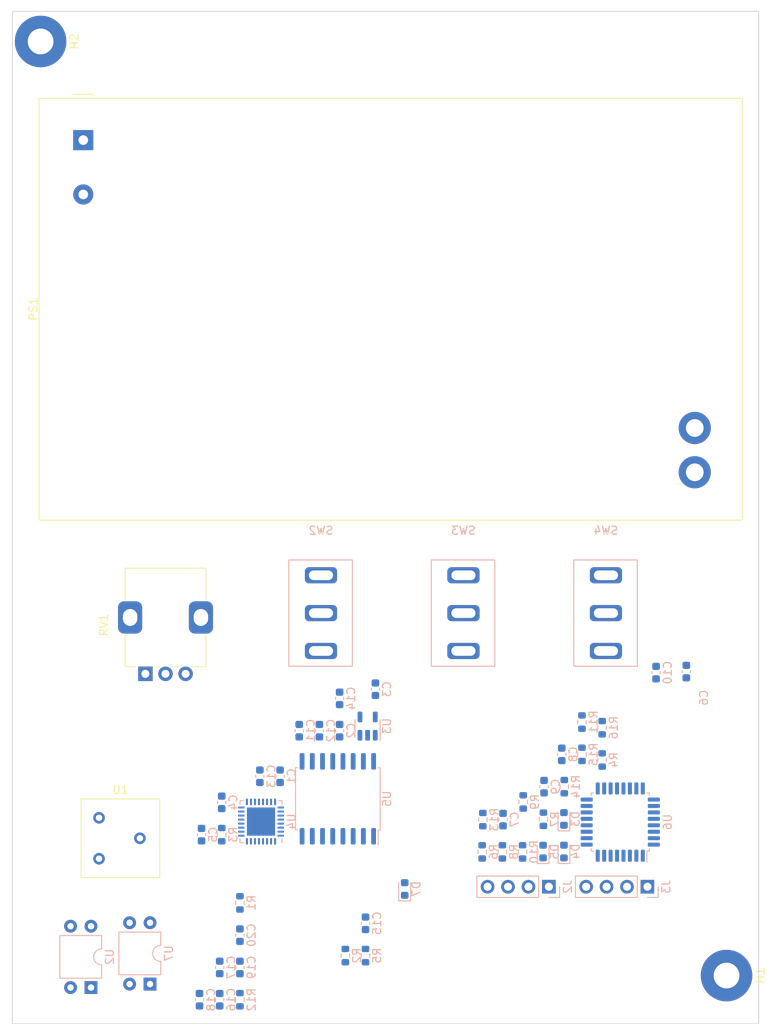
<source format=kicad_pcb>
(kicad_pcb (version 20211014) (generator pcbnew)
  (layers (0 "F.Cu" signal) (31 "B.Cu" signal) (34 "B.Paste" user) (35 "F.Paste" user) (36 "B.SilkS" user "B.Silkscreen") (37 "F.SilkS" user "F.Silkscreen") (38 "B.Mask" user) (39 "F.Mask" user) (44 "Edge.Cuts" user))
  (net 0 "")
  (net 1 "/rs232/232_VUR")
  (net 2 "GND1")
  (net 3 "/rs232/232_VCC")
  (net 4 "Net-(C5-Pad1)")
  (net 5 "+3.3V")
  (net 6 "/mcu/NRST")
  (net 7 "GND")
  (net 8 "+3V3")
  (net 9 "Net-(C12-Pad1)")
  (net 10 "Net-(C12-Pad2)")
  (net 11 "Net-(C13-Pad1)")
  (net 12 "Net-(C13-Pad2)")
  (net 13 "Net-(C14-Pad1)")
  (net 14 "Net-(C14-Pad2)")
  (net 15 "+12V")
  (net 16 "Net-(C16-Pad2)")
  (net 17 "Net-(C18-Pad1)")
  (net 18 "Net-(C18-Pad2)")
  (net 19 "Net-(D3-Pad2)")
  (net 20 "Net-(D4-Pad2)")
  (net 21 "Net-(D5-Pad2)")
  (net 22 "Net-(D7-Pad2)")
  (net 25 "/mcu/PA13{slash}SWDIO")
  (net 26 "/mcu/PA14{slash}SWDCLK")
  (net 27 "/power_input/LIVE")
  (net 28 "/power_input/NEUTRAL")
  (net 29 "Net-(R1-Pad1)")
  (net 30 "Net-(R2-Pad2)")
  (net 31 "Net-(D1-Pad1)")
  (net 32 "/mcu/PC_PWR_RST_SIG")
  (net 33 "Net-(R6-Pad2)")
  (net 34 "/mcu/OS_SIG")
  (net 35 "Net-(R7-Pad2)")
  (net 36 "mosfet_gate")
  (net 37 "/mcu/gauge_lvl_1")
  (net 38 "/mcu/gauge_lvl_2")
  (net 39 "/mcu/gauge_lvl_3")
  (net 40 "Net-(D6-Pad1)")
  (net 41 "Net-(R13-Pad1)")
  (net 42 "/mcu/POWER_SIG")
  (net 43 "Net-(R14-Pad2)")
  (net 44 "/mcu/RESET_SIG")
  (net 45 "Net-(R15-Pad2)")
  (net 46 "/mcu/STRIP_PWR_SIG")
  (net 47 "Net-(R16-Pad2)")
  (net 48 "GND2")
  (net 49 "/mcu/POWER+")
  (net 51 "/rs232/232_TX")
  (net 52 "/rs232/232_DTR")
  (net 53 "/rs232/232_RTS")
  (net 56 "/rs232/232_RX")
  (net 62 "TTL_RX")
  (net 65 "TTL_RTS")
  (net 67 "TTL_DTR")
  (net 68 "TTL_TX")
  (net 86 "TX")
  (net 87 "RX")
  (net 95 "/mcu/BOOT0")
  (net 96 "/mcu/RESET+")
  (net 97 "/mcu/STRIP_BRIGTH_SIG")
  (footprint "Potentiometer_THT:Potentiometer_Alps_RK09K_Single_Vertical" (layer "F.Cu") (at 120.26 87.54 90)
    (fp_text reference "RV1" (at 6.05 -5.15 90) (layer "F.SilkS"))
    (fp_text value "STRIP_BRIGTH")
    (fp_line (start 0.88 -2.521) (end 0.88 -1.2) (layer "F.SilkS") (width 0.12))
    (fp_line (start 9.184 -2.521) (end 13.12 -2.521) (layer "F.SilkS") (width 0.12))
    (fp_line (start 9.184 7.52) (end 13.12 7.52) (layer "F.SilkS") (width 0.12))
    (fp_line (start 0.88 7.52) (end 4.817 7.52) (layer "F.SilkS") (width 0.12))
    (fp_line (start 0.88 -2.521) (end 4.817 -2.521) (layer "F.SilkS") (width 0.12))
    (fp_line (start 13.12 -2.521) (end 13.12 7.52) (layer "F.SilkS") (width 0.12))
    (fp_line (start 0.88 5.87) (end 0.88 7.52) (layer "F.SilkS") (width 0.12))
    (fp_line (start 0.88 3.371) (end 0.88 4.13) (layer "F.SilkS") (width 0.12))
    (fp_line (start 0.88 1.25) (end 0.88 1.63) (layer "F.SilkS") (width 0.12))
    (pad "1" thru_hole rect (at 0 0 90) (size 1.8 1.8) (drill 1) (layers *.Cu *.Mask) (net 8 "+3V3"))
    (pad "2" thru_hole circle (at 0 2.5 90) (size 1.8 1.8) (drill 1) (layers *.Cu *.Mask) (net 97 "/mcu/STRIP_BRIGTH_SIG"))
    (pad "3" thru_hole circle (at 0 5 90) (size 1.8 1.8) (drill 1) (layers *.Cu *.Mask) (net 7 "GND"))
    (pad "MP" thru_hole roundrect (at 7 -1.9 90) (size 4 3) (drill oval 2.1 1.8) (layers *.Cu *.Mask))
    (pad "MP" thru_hole roundrect (at 7 6.9 90) (size 4 3) (drill oval 2.1 1.8) (layers *.Cu *.Mask))
  )
  (footprint "Potentiometer_THT:Potentiometer_Bourns_3386F_Vertical" (layer "F.Cu") (at 114.5 110.5)
    (fp_text reference "U1" (at 2.655 -8.555) (layer "F.SilkS"))
    (fp_text value "BD95831MUV")
    (fp_line (start -2.23 -7.425) (end 7.54 -7.425) (layer "F.SilkS") (width 0.12))
    (fp_line (start -2.23 -7.425) (end -2.23 2.345) (layer "F.SilkS") (width 0.12))
    (fp_line (start -2.23 2.345) (end 7.54 2.345) (layer "F.SilkS") (width 0.12))
    (fp_line (start 7.54 -7.425) (end 7.54 2.345) (layer "F.SilkS") (width 0.12))
    (pad "1" thru_hole circle (at 0 0) (size 1.44 1.44) (drill 0.8) (layers *.Cu *.Mask) (net 15 "+12V"))
    (pad "2" thru_hole circle (at 5.08 -2.54) (size 1.44 1.44) (drill 0.8) (layers *.Cu *.Mask) (net 15 "+12V"))
    (pad "3" thru_hole circle (at 0 -5.08) (size 1.44 1.44) (drill 0.8) (layers *.Cu *.Mask) (net 7 "GND"))
  )
  (footprint "MountingHole:MountingHole_3.2mm_M3_Pad_TopBottom" (layer "F.Cu") (at 192.49 125.009999 -90)
    (fp_text reference "H1" (at 0 -4.2 90) (layer "F.SilkS"))
    (fp_text value "MountingHole")
    (pad "1" connect circle (at 0 0 270) (size 6.4 6.4) (layers "B.Cu" "B.Mask"))
    (pad "1" connect circle (at 0 0 270) (size 6.4 6.4) (layers "F.Cu" "F.Mask"))
    (pad "1" thru_hole circle (at 0 0 270) (size 3.6 3.6) (drill 3.2) (layers *.Cu *.Mask))
  )
  (footprint "MountingHole:MountingHole_3.2mm_M3_Pad_TopBottom" (layer "F.Cu") (at 107.24 9.01 -90)
    (fp_text reference "H2" (at 0 -4.2 90) (layer "F.SilkS"))
    (fp_text value "MountingHole")
    (pad "1" connect circle (at 0 0 270) (size 6.4 6.4) (layers "B.Cu" "B.Mask"))
    (pad "1" thru_hole circle (at 0 0 270) (size 3.6 3.6) (drill 3.2) (layers *.Cu *.Mask))
    (pad "1" connect circle (at 0 0 270) (size 6.4 6.4) (layers "F.Cu" "F.Mask"))
  )
  (footprint "Converter_ACDC:Converter_ACDC_MeanWell_IRM-60-xx_THT" (layer "F.Cu") (at 112.54 21.26)
    (fp_text reference "PS1" (at -6.2 21 90) (layer "F.SilkS"))
    (fp_text value "IRM-60-12")
    (fp_line (start 81.9 47.2) (end 81.9 -5.2) (layer "F.SilkS") (width 0.12))
    (fp_line (start 81.9 -5.2) (end -5.5 -5.2) (layer "F.SilkS") (width 0.12))
    (fp_line (start -5.5 -5.2) (end -5.5 47.2) (layer "F.SilkS") (width 0.12))
    (fp_line (start -5.5 47.2) (end 81.9 47.2) (layer "F.SilkS") (width 0.12))
    (fp_line (start -1.3 -5.7) (end 1.2 -5.7) (layer "F.SilkS") (width 0.12))
    (pad "1" thru_hole rect (at 0 0) (size 2.5 2.5) (drill 1.2) (layers *.Cu *.Mask) (net 27 "/power_input/LIVE"))
    (pad "2" thru_hole circle (at 0 6.75) (size 2.5 2.5) (drill 1.2) (layers *.Cu *.Mask) (net 28 "/power_input/NEUTRAL"))
    (pad "3" thru_hole circle (at 76 41.25) (size 4 4) (drill 2.2) (layers *.Cu *.Mask) (net 15 "+12V"))
    (pad "4" thru_hole circle (at 76 35.75) (size 4 4) (drill 2.2) (layers *.Cu *.Mask) (net 7 "GND"))
  )
  (footprint "Package_DIP:DIP-4_W7.62mm" (layer "B.Cu") (at 120.84 126.07 90)
    (fp_text reference "U7" (at 3.81 2.33 90) (layer "B.SilkS") (effects (justify mirror)))
    (fp_text value "PC817")
    (fp_line (start 1.16 1.33) (end 1.16 -3.87) (layer "B.SilkS") (width 0.12))
    (fp_line (start 6.46 1.33) (end 4.81 1.33) (layer "B.SilkS") (width 0.12))
    (fp_line (start 2.81 1.33) (end 1.16 1.33) (layer "B.SilkS") (width 0.12))
    (fp_line (start 6.46 -3.87) (end 6.46 1.33) (layer "B.SilkS") (width 0.12))
    (fp_line (start 1.16 -3.87) (end 6.46 -3.87) (layer "B.SilkS") (width 0.12))
    (fp_arc (start 2.81 1.33) (mid 3.81 0.33) (end 4.81 1.33) (layer "B.SilkS") (width 0.12))
    (pad "1" thru_hole rect (at 0 0 90) (size 1.6 1.6) (drill 0.8) (layers *.Cu *.Mask) (net 45 "Net-(R15-Pad2)"))
    (pad "2" thru_hole oval (at 0 -2.54 90) (size 1.6 1.6) (drill 0.8) (layers *.Cu *.Mask) (net 7 "GND"))
    (pad "3" thru_hole oval (at 7.62 -2.54 90) (size 1.6 1.6) (drill 0.8) (layers *.Cu *.Mask) (net 48 "GND2"))
    (pad "4" thru_hole oval (at 7.62 0 90) (size 1.6 1.6) (drill 0.8) (layers *.Cu *.Mask) (net 96 "/mcu/RESET+"))
  )
  (footprint "Capacitor_SMD:C_0603_1608Metric" (layer "B.Cu") (at 132.01 119.99 90)
    (fp_text reference "C20" (at 0 1.43 90) (layer "B.SilkS") (effects (justify mirror)))
    (fp_text value "22u")
    (fp_line (start -0.14058 -0.51) (end 0.14058 -0.51) (layer "B.SilkS") (width 0.12))
    (fp_line (start -0.14058 0.51) (end 0.14058 0.51) (layer "B.SilkS") (width 0.12))
    (pad "1" smd roundrect (at -0.775 0 90) (size 0.9 0.95) (layers "B.Cu" "B.Paste" "B.Mask") (net 7 "GND"))
    (pad "2" smd roundrect (at 0.775 0 90) (size 0.9 0.95) (layers "B.Cu" "B.Paste" "B.Mask") (net 5 "+3.3V"))
  )
  (footprint "Capacitor_SMD:C_0603_1608Metric" (layer "B.Cu") (at 127.24 107.51 90)
    (fp_text reference "C5" (at 0 1.43 90) (layer "B.SilkS") (effects (justify mirror)))
    (fp_text value "100n")
    (fp_line (start -0.14058 -0.51) (end 0.14058 -0.51) (layer "B.SilkS") (width 0.12))
    (fp_line (start -0.14058 0.51) (end 0.14058 0.51) (layer "B.SilkS") (width 0.12))
    (pad "1" smd roundrect (at -0.775 0 90) (size 0.9 0.95) (layers "B.Cu" "B.Paste" "B.Mask") (net 4 "Net-(C5-Pad1)"))
    (pad "2" smd roundrect (at 0.775 0 90) (size 0.9 0.95) (layers "B.Cu" "B.Paste" "B.Mask") (net 5 "+3.3V"))
  )
  (footprint "Resistor_SMD:R_0603_1608Metric" (layer "B.Cu") (at 132.01 115.98 90)
    (fp_text reference "R1" (at 0 1.43 90) (layer "B.SilkS") (effects (justify mirror)))
    (fp_text value "4k7")
    (fp_line (start -0.237258 0.5225) (end 0.237258 0.5225) (layer "B.SilkS") (width 0.12))
    (fp_line (start -0.237258 -0.5225) (end 0.237258 -0.5225) (layer "B.SilkS") (width 0.12))
    (pad "1" smd roundrect (at -0.825 0 90) (size 0.8 0.95) (layers "B.Cu" "B.Paste" "B.Mask") (net 29 "Net-(R1-Pad1)"))
    (pad "2" smd roundrect (at 0.825 0 90) (size 0.8 0.95) (layers "B.Cu" "B.Paste" "B.Mask") (net 7 "GND"))
  )
  (footprint "Capacitor_SMD:C_0603_1608Metric" (layer "B.Cu") (at 144.4 94.6 90)
    (fp_text reference "C2" (at 0 1.43 90) (layer "B.SilkS") (effects (justify mirror)))
    (fp_text value "1u")
    (fp_line (start -0.14058 -0.51) (end 0.14058 -0.51) (layer "B.SilkS") (width 0.12))
    (fp_line (start -0.14058 0.51) (end 0.14058 0.51) (layer "B.SilkS") (width 0.12))
    (pad "1" smd roundrect (at -0.775 0 90) (size 0.9 0.95) (layers "B.Cu" "B.Paste" "B.Mask") (net 1 "/rs232/232_VUR"))
    (pad "2" smd roundrect (at 0.775 0 90) (size 0.9 0.95) (layers "B.Cu" "B.Paste" "B.Mask") (net 2 "GND1"))
  )
  (footprint "MTS-102-103:MTS-102-103" (layer "B.Cu") (at 177.5 80 180)
    (fp_text reference "SW4" (at 0 10.25 unlocked) (layer "B.SilkS") (effects (justify mirror)))
    (fp_text value "OS_SW")
    (fp_rect (start -3.9 6.6) (end 4 -6.6) (layer "B.SilkS") (width 0.12) (fill none))
    (pad "1" thru_hole roundrect (at 0 4.7 180) (size 4 2) (drill oval 3 1.2) (layers *.Cu *.Mask) (net 8 "+3V3"))
    (pad "2" thru_hole roundrect (at 0 0 180) (size 4 2) (drill oval 3 1.2) (layers *.Cu *.Mask) (net 35 "Net-(R7-Pad2)"))
    (pad "3" thru_hole roundrect (at 0 -4.7 180) (size 4 2) (drill oval 3 1.2) (layers *.Cu *.Mask) (net 7 "GND"))
  )
  (footprint "Resistor_SMD:R_0603_1608Metric" (layer "B.Cu") (at 129.75 107.51 90)
    (fp_text reference "R3" (at 0 1.43 90) (layer "B.SilkS") (effects (justify mirror)))
    (fp_text value "R")
    (fp_line (start -0.237258 -0.5225) (end 0.237258 -0.5225) (layer "B.SilkS") (width 0.12))
    (fp_line (start -0.237258 0.5225) (end 0.237258 0.5225) (layer "B.SilkS") (width 0.12))
    (pad "1" smd roundrect (at -0.825 0 90) (size 0.8 0.95) (layers "B.Cu" "B.Paste" "B.Mask") (net 1 "/rs232/232_VUR"))
    (pad "2" smd roundrect (at 0.825 0 90) (size 0.8 0.95) (layers "B.Cu" "B.Paste" "B.Mask") (net 31 "Net-(D1-Pad1)"))
  )
  (footprint "LED_SMD:LED_0603_1608Metric" (layer "B.Cu") (at 152.49 114.26 90)
    (fp_text reference "D7" (at 0 1.43 90) (layer "B.SilkS") (effects (justify mirror)))
    (fp_text value "RED")
    (fp_line (start -1.485 0.735) (end -1.485 -0.735) (layer "B.SilkS") (width 0.12))
    (fp_line (start -1.485 -0.735) (end 0.8 -0.735) (layer "B.SilkS") (width 0.12))
    (fp_line (start 0.8 0.735) (end -1.485 0.735) (layer "B.SilkS") (width 0.12))
    (pad "1" smd roundrect (at -0.7875 0 90) (size 0.875 0.95) (layers "B.Cu" "B.Paste" "B.Mask") (net 7 "GND"))
    (pad "2" smd roundrect (at 0.7875 0 90) (size 0.875 0.95) (layers "B.Cu" "B.Paste" "B.Mask") (net 22 "Net-(D7-Pad2)"))
  )
  (footprint "Capacitor_SMD:C_0603_1608Metric" (layer "B.Cu") (at 164.710001 105.64 90)
    (fp_text reference "C7" (at 0 1.43 90) (layer "B.SilkS") (effects (justify mirror)))
    (fp_text value "100n")
    (fp_line (start -0.14058 -0.51) (end 0.14058 -0.51) (layer "B.SilkS") (width 0.12))
    (fp_line (start -0.14058 0.51) (end 0.14058 0.51) (layer "B.SilkS") (width 0.12))
    (pad "1" smd roundrect (at -0.775 0 90) (size 0.9 0.95) (layers "B.Cu" "B.Paste" "B.Mask") (net 8 "+3V3"))
    (pad "2" smd roundrect (at 0.775 0 90) (size 0.9 0.95) (layers "B.Cu" "B.Paste" "B.Mask") (net 7 "GND"))
  )
  (footprint "MTS-102-103:MTS-102-103" (layer "B.Cu") (at 142.083333 80 180)
    (fp_text reference "SW2" (at 0 10.25 unlocked) (layer "B.SilkS") (effects (justify mirror)))
    (fp_text value "STRIP_PWR_SW")
    (fp_rect (start -3.9 6.6) (end 4 -6.6) (layer "B.SilkS") (width 0.12) (fill none))
    (pad "1" thru_hole roundrect (at 0 4.7 180) (size 4 2) (drill oval 3 1.2) (layers *.Cu *.Mask) (net 8 "+3V3"))
    (pad "2" thru_hole roundrect (at 0 0 180) (size 4 2) (drill oval 3 1.2) (layers *.Cu *.Mask) (net 47 "Net-(R16-Pad2)"))
    (pad "3" thru_hole roundrect (at 0 -4.7 180) (size 4 2) (drill oval 3 1.2) (layers *.Cu *.Mask) (net 7 "GND"))
  )
  (footprint "Package_TO_SOT_SMD:SOT-23-5" (layer "B.Cu") (at 147.88 94.03 90)
    (fp_text reference "U3" (at 0 2.4 90) (layer "B.SilkS") (effects (justify mirror)))
    (fp_text value "AP2112K-3.3")
    (fp_line (start 0 1.56) (end 0.8 1.56) (layer "B.SilkS") (width 0.12))
    (fp_line (start 0 -1.56) (end -0.8 -1.56) (layer "B.SilkS") (width 0.12))
    (fp_line (start 0 -1.56) (end 0.8 -1.56) (layer "B.SilkS") (width 0.12))
    (fp_line (start 0 1.56) (end -1.8 1.56) (layer "B.SilkS") (width 0.12))
    (pad "1" smd roundrect (at -1.1375 0.95 90) (size 1.325 0.6) (layers "B.Cu" "B.Paste" "B.Mask") (net 1 "/rs232/232_VUR"))
    (pad "2" smd roundrect (at -1.1375 0 90) (size 1.325 0.6) (layers "B.Cu" "B.Paste" "B.Mask") (net 2 "GND1"))
    (pad "3" smd roundrect (at -1.1375 -0.95 90) (size 1.325 0.6) (layers "B.Cu" "B.Paste" "B.Mask") (net 1 "/rs232/232_VUR"))
    (pad "4" smd roundrect (at 1.1375 -0.95 90) (size 1.325 0.6) (layers "B.Cu" "B.Paste" "B.Mask"))
    (pad "5" smd roundrect (at 1.1375 0.95 90) (size 1.325 0.6) (layers "B.Cu" "B.Paste" "B.Mask") (net 3 "/rs232/232_VCC"))
  )
  (footprint "Capacitor_SMD:C_0603_1608Metric" (layer "B.Cu") (at 183.73 87.39 90)
    (fp_text reference "C10" (at 0 1.43 90) (layer "B.SilkS") (effects (justify mirror)))
    (fp_text value "10u")
    (fp_line (start -0.14058 0.51) (end 0.14058 0.51) (layer "B.SilkS") (width 0.12))
    (fp_line (start -0.14058 -0.51) (end 0.14058 -0.51) (layer "B.SilkS") (width 0.12))
    (pad "1" smd roundrect (at -0.775 0 90) (size 0.9 0.95) (layers "B.Cu" "B.Paste" "B.Mask") (net 8 "+3V3"))
    (pad "2" smd roundrect (at 0.775 0 90) (size 0.9 0.95) (layers "B.Cu" "B.Paste" "B.Mask") (net 7 "GND"))
  )
  (footprint "Capacitor_SMD:C_0603_1608Metric" (layer "B.Cu") (at 169.81 101.55 90)
    (fp_text reference "C9" (at 0 1.43 90) (layer "B.SilkS") (effects (justify mirror)))
    (fp_text value "100n")
    (fp_line (start -0.14058 0.51) (end 0.14058 0.51) (layer "B.SilkS") (width 0.12))
    (fp_line (start -0.14058 -0.51) (end 0.14058 -0.51) (layer "B.SilkS") (width 0.12))
    (pad "1" smd roundrect (at -0.775 0 90) (size 0.9 0.95) (layers "B.Cu" "B.Paste" "B.Mask") (net 8 "+3V3"))
    (pad "2" smd roundrect (at 0.775 0 90) (size 0.9 0.95) (layers "B.Cu" "B.Paste" "B.Mask") (net 7 "GND"))
  )
  (footprint "Capacitor_SMD:C_0603_1608Metric" (layer "B.Cu") (at 147.62 118.52 90)
    (fp_text reference "C15" (at 0 1.43 90) (layer "B.SilkS") (effects (justify mirror)))
    (fp_text value "10u")
    (fp_line (start -0.14058 -0.51) (end 0.14058 -0.51) (layer "B.SilkS") (width 0.12))
    (fp_line (start -0.14058 0.51) (end 0.14058 0.51) (layer "B.SilkS") (width 0.12))
    (pad "1" smd roundrect (at -0.775 0 90) (size 0.9 0.95) (layers "B.Cu" "B.Paste" "B.Mask") (net 15 "+12V"))
    (pad "2" smd roundrect (at 0.775 0 90) (size 0.9 0.95) (layers "B.Cu" "B.Paste" "B.Mask") (net 7 "GND"))
  )
  (footprint "Capacitor_SMD:C_0603_1608Metric" (layer "B.Cu") (at 129.5 124 90)
    (fp_text reference "C17" (at 0 1.43 90) (layer "B.SilkS") (effects (justify mirror)))
    (fp_text value "10u")
    (fp_line (start -0.14058 0.51) (end 0.14058 0.51) (layer "B.SilkS") (width 0.12))
    (fp_line (start -0.14058 -0.51) (end 0.14058 -0.51) (layer "B.SilkS") (width 0.12))
    (pad "1" smd roundrect (at -0.775 0 90) (size 0.9 0.95) (layers "B.Cu" "B.Paste" "B.Mask") (net 7 "GND"))
    (pad "2" smd roundrect (at 0.775 0 90) (size 0.9 0.95) (layers "B.Cu" "B.Paste" "B.Mask") (net 15 "+12V"))
  )
  (footprint "Package_DIP:DIP-4_W7.62mm" (layer "B.Cu") (at 113.5 126.5 90)
    (fp_text reference "U2" (at 3.81 2.33 90) (layer "B.SilkS") (effects (justify mirror)))
    (fp_text value "PC817")
    (fp_line (start 1.16 1.33) (end 1.16 -3.87) (layer "B.SilkS") (width 0.12))
    (fp_line (start 6.46 -3.87) (end 6.46 1.33) (layer "B.SilkS") (width 0.12))
    (fp_line (start 2.81 1.33) (end 1.16 1.33) (layer "B.SilkS") (width 0.12))
    (fp_line (start 1.16 -3.87) (end 6.46 -3.87) (layer "B.SilkS") (width 0.12))
    (fp_line (start 6.46 1.33) (end 4.81 1.33) (layer "B.SilkS") (width 0.12))
    (fp_arc (start 2.81 1.33) (mid 3.81 0.33) (end 4.81 1.33) (layer "B.SilkS") (width 0.12))
    (pad "1" thru_hole rect (at 0 0 90) (size 1.6 1.6) (drill 0.8) (layers *.Cu *.Mask) (net 43 "Net-(R14-Pad2)"))
    (pad "2" thru_hole oval (at 0 -2.54 90) (size 1.6 1.6) (drill 0.8) (layers *.Cu *.Mask) (net 7 "GND"))
    (pad "3" thru_hole oval (at 7.62 -2.54 90) (size 1.6 1.6) (drill 0.8) (layers *.Cu *.Mask) (net 48 "GND2"))
    (pad "4" thru_hole oval (at 7.62 0 90) (size 1.6 1.6) (drill 0.8) (layers *.Cu *.Mask) (net 49 "/mcu/POWER+"))
  )
  (footprint "Connector_PinHeader_2.54mm:PinHeader_1x04_P2.54mm_Vertical" (layer "B.Cu") (at 182.66 113.98 90)
    (fp_text reference "J3" (at 0 2.33 90) (layer "B.SilkS") (effects (justify mirror)))
    (fp_text value "SWD_header")
    (fp_line (start -1.33 -1.27) (end -1.33 -8.95) (layer "B.SilkS") (width 0.12))
    (fp_line (start -1.33 -8.95) (end 1.33 -8.95) (layer "B.SilkS") (width 0.12))
    (fp_line (start -1.33 0) (end -1.33 1.33) (layer "B.SilkS") (width 0.12))
    (fp_line (start -1.33 1.33) (end 0 1.33) (layer "B.SilkS") (width 0.12))
    (fp_line (start 1.33 -1.27) (end 1.33 -8.95) (layer "B.SilkS") (width 0.12))
    (fp_line (start -1.33 -1.27) (end 1.33 -1.27) (layer "B.SilkS") (width 0.12))
    (pad "1" thru_hole rect (at 0 0 90) (size 1.7 1.7) (drill 1) (layers *.Cu *.Mask) (net 8 "+3V3"))
    (pad "2" thru_hole oval (at 0 -2.54 90) (size 1.7 1.7) (drill 1) (layers *.Cu *.Mask) (net 25 "/mcu/PA13{slash}SWDIO"))
    (pad "3" thru_hole oval (at 0 -5.08 90) (size 1.7 1.7) (drill 1) (layers *.Cu *.Mask) (net 26 "/mcu/PA14{slash}SWDCLK"))
    (pad "4" thru_hole oval (at 0 -7.62 90) (size 1.7 1.7) (drill 1) (layers *.Cu *.Mask) (net 7 "GND"))
  )
  (footprint "Package_SO:SOIC-16W_7.5x10.3mm_P1.27mm" (layer "B.Cu") (at 144.18 103.06 90)
    (fp_text reference "U5" (at 0 6.1 90) (layer "B.SilkS") (effects (justify mirror)))
    (fp_text value "ISO7341FC")
    (fp_line (start 0 -5.26) (end 3.86 -5.26) (layer "B.SilkS") (width 0.12))
    (fp_line (start 3.86 -5.26) (end 3.86 -5.005) (layer "B.SilkS") (width 0.12))
    (fp_line (start 0 -5.26) (end -3.86 -5.26) (layer "B.SilkS") (width 0.12))
    (fp_line (start -3.86 5.005) (end -5.675 5.005) (layer "B.SilkS") (width 0.12))
    (fp_line (start -3.86 5.26) (end -3.86 5.005) (layer "B.SilkS") (width 0.12))
    (fp_line (start 0 5.26) (end 3.86 5.26) (layer "B.SilkS") (width 0.12))
    (fp_line (start -3.86 -5.26) (end -3.86 -5.005) (layer "B.SilkS") (width 0.12))
    (fp_line (start 0 5.26) (end -3.86 5.26) (layer "B.SilkS") (width 0.12))
    (fp_line (start 3.86 5.26) (end 3.86 5.005) (layer "B.SilkS") (width 0.12))
    (pad "1" smd roundrect (at -4.65 4.445 90) (size 2.05 0.6) (layers "B.Cu" "B.Paste" "B.Mask") (net 3 "/rs232/232_VCC"))
    (pad "2" smd roundrect (at -4.65 3.175 90) (size 2.05 0.6) (layers "B.Cu" "B.Paste" "B.Mask") (net 2 "GND1"))
    (pad "3" smd roundrect (at -4.65 1.905 90) (size 2.05 0.6) (layers "B.Cu" "B.Paste" "B.Mask") (net 51 "/rs232/232_TX"))
    (pad "4" smd roundrect (at -4.65 0.635 90) (size 2.05 0.6) (layers "B.Cu" "B.Paste" "B.Mask") (net 52 "/rs232/232_DTR"))
    (pad "5" smd roundrect (at -4.65 -0.635 90) (size 2.05 0.6) (layers "B.Cu" "B.Paste" "B.Mask") (net 53 "/rs232/232_RTS"))
    (pad "6" smd roundrect (at -4.65 -1.905 90) (size 2.05 0.6) (layers "B.Cu" "B.Paste" "B.Mask") (net 56 "/rs232/232_RX"))
    (pad "7" smd roundrect (at -4.65 -3.175 90) (size 2.05 0.6) (layers "B.Cu" "B.Paste" "B.Mask") (net 3 "/rs232/232_VCC"))
    (pad "8" smd roundrect (at -4.65 -4.445 90) (size 2.05 0.6) (layers "B.Cu" "B.Paste" "B.Mask") (net 2 "GND1"))
    (pad "9" smd roundrect (at 4.65 -4.445 90) (size 2.05 0.6) (layers "B.Cu" "B.Paste" "B.Mask") (net 4 "Net-(C5-Pad1)"))
    (pad "10" smd roundrect (at 4.65 -3.175 90) (size 2.05 0.6) (layers "B.Cu" "B.Paste" "B.Mask") (net 5 "+3.3V"))
    (pad "11" smd roundrect (at 4.65 -1.905 90) (size 2.05 0.6) (layers "B.Cu" "B.Paste" "B.Mask") (net 62 "TTL_RX"))
    (pad "12" smd roundrect (at 4.65 -0.635 90) (size 2.05 0.6) (layers "B.Cu" "B.Paste" "B.Mask") (net 65 "TTL_RTS"))
    (pad "13" smd roundrect (at 4.65 0.635 90) (size 2.05 0.6) (layers "B.Cu" "B.Paste" "B.Mask") (net 67 "TTL_DTR"))
    (pad "14" smd roundrect (at 4.65 1.905 90) (size 2.05 0.6) (layers "B.Cu" "B.Paste" "B.Mask") (net 68 "TTL_TX"))
    (pad "15" smd roundrect (at 4.65 3.175 90) (size 2.05 0.6) (layers "B.Cu" "B.Paste" "B.Mask") (net 4 "Net-(C5-Pad1)"))
    (pad "16" smd roundrect (at 4.65 4.445 90) (size 2.05 0.6) (layers "B.Cu" "B.Paste" "B.Mask") (net 5 "+3.3V"))
  )
  (footprint "Capacitor_SMD:C_0603_1608Metric" (layer "B.Cu") (at 137 100.26 90)
    (fp_text reference "C1" (at 0 1.43 90) (layer "B.SilkS") (effects (justify mirror)))
    (fp_text value "DNP")
    (fp_line (start -0.14058 0.51) (end 0.14058 0.51) (layer "B.SilkS") (width 0.12))
    (fp_line (start -0.14058 -0.51) (end 0.14058 -0.51) (layer "B.SilkS") (width 0.12))
    (pad "1" smd roundrect (at -0.775 0 90) (size 0.9 0.95) (layers "B.Cu" "B.Paste" "B.Mask") (net 1 "/rs232/232_VUR"))
    (pad "2" smd roundrect (at 0.775 0 90) (size 0.9 0.95) (layers "B.Cu" "B.Paste" "B.Mask") (net 2 "GND1"))
  )
  (footprint "Resistor_SMD:R_0603_1608Metric" (layer "B.Cu") (at 167.22 103.45 90)
    (fp_text reference "R9" (at 0 1.43 90) (layer "B.SilkS") (effects (justify mirror)))
    (fp_text value "3k3")
    (fp_line (start -0.237258 -0.5225) (end 0.237258 -0.5225) (layer "B.SilkS") (width 0.12))
    (fp_line (start -0.237258 0.5225) (end 0.237258 0.5225) (layer "B.SilkS") (width 0.12))
    (pad "1" smd roundrect (at -0.825 0 90) (size 0.8 0.95) (layers "B.Cu" "B.Paste" "B.Mask") (net 37 "/mcu/gauge_lvl_1"))
    (pad "2" smd roundrect (at 0.825 0 90) (size 0.8 0.95) (layers "B.Cu" "B.Paste" "B.Mask") (net 19 "Net-(D3-Pad2)"))
  )
  (footprint "Capacitor_SMD:C_0603_1608Metric" (layer "B.Cu") (at 172.01 97.54 90)
    (fp_text reference "C8" (at 0 1.43 90) (layer "B.SilkS") (effects (justify mirror)))
    (fp_text value "100n")
    (fp_line (start -0.14058 -0.51) (end 0.14058 -0.51) (layer "B.SilkS") (width 0.12))
    (fp_line (start -0.14058 0.51) (end 0.14058 0.51) (layer "B.SilkS") (width 0.12))
    (pad "1" smd roundrect (at -0.775 0 90) (size 0.9 0.95) (layers "B.Cu" "B.Paste" "B.Mask") (net 8 "+3V3"))
    (pad "2" smd roundrect (at 0.775 0 90) (size 0.9 0.95) (layers "B.Cu" "B.Paste" "B.Mask") (net 7 "GND"))
  )
  (footprint "Resistor_SMD:R_0603_1608Metric" (layer "B.Cu") (at 174.52 93.53 90)
    (fp_text reference "R11" (at 0 1.43 90) (layer "B.SilkS") (effects (justify mirror)))
    (fp_text value "3k3")
    (fp_line (start -0.237258 -0.5225) (end 0.237258 -0.5225) (layer "B.SilkS") (width 0.12))
    (fp_line (start -0.237258 0.5225) (end 0.237258 0.5225) (layer "B.SilkS") (width 0.12))
    (pad "1" smd roundrect (at -0.825 0 90) (size 0.8 0.95) (layers "B.Cu" "B.Paste" "B.Mask") (net 39 "/mcu/gauge_lvl_3"))
    (pad "2" smd roundrect (at 0.825 0 90) (size 0.8 0.95) (layers "B.Cu" "B.Paste" "B.Mask") (net 21 "Net-(D5-Pad2)"))
  )
  (footprint "Capacitor_SMD:C_0603_1608Metric" (layer "B.Cu") (at 144.4 90.59 90)
    (fp_text reference "C14" (at 0 1.43 90) (layer "B.SilkS") (effects (justify mirror)))
    (fp_text value "100n")
    (fp_line (start -0.14058 0.51) (end 0.14058 0.51) (layer "B.SilkS") (width 0.12))
    (fp_line (start -0.14058 -0.51) (end 0.14058 -0.51) (layer "B.SilkS") (width 0.12))
    (pad "1" smd roundrect (at -0.775 0 90) (size 0.9 0.95) (layers "B.Cu" "B.Paste" "B.Mask") (net 13 "Net-(C14-Pad1)"))
    (pad "2" smd roundrect (at 0.775 0 90) (size 0.9 0.95) (layers "B.Cu" "B.Paste" "B.Mask") (net 14 "Net-(C14-Pad2)"))
  )
  (footprint "Resistor_SMD:R_0603_1608Metric" (layer "B.Cu") (at 132.01 128.01 90)
    (fp_text reference "R12" (at 0 1.43 90) (layer "B.SilkS") (effects (justify mirror)))
    (fp_text value "3k3")
    (fp_line (start -0.237258 -0.5225) (end 0.237258 -0.5225) (layer "B.SilkS") (width 0.12))
    (fp_line (start -0.237258 0.5225) (end 0.237258 0.5225) (layer "B.SilkS") (width 0.12))
    (pad "1" smd roundrect (at -0.825 0 90) (size 0.8 0.95) (layers "B.Cu" "B.Paste" "B.Mask") (net 40 "Net-(D6-Pad1)"))
    (pad "2" smd roundrect (at 0.825 0 90) (size 0.8 0.95) (layers "B.Cu" "B.Paste" "B.Mask") (net 7 "GND"))
  )
  (footprint "Capacitor_SMD:C_0603_1608Metric" (layer "B.Cu") (at 141.89 94.6 90)
    (fp_text reference "C12" (at 0 1.43 90) (layer "B.SilkS") (effects (justify mirror)))
    (fp_text value "100n")
    (fp_line (start -0.14058 0.51) (end 0.14058 0.51) (layer "B.SilkS") (width 0.12))
    (fp_line (start -0.14058 -0.51) (end 0.14058 -0.51) (layer "B.SilkS") (width 0.12))
    (pad "1" smd roundrect (at -0.775 0 90) (size 0.9 0.95) (layers "B.Cu" "B.Paste" "B.Mask") (net 9 "Net-(C12-Pad1)"))
    (pad "2" smd roundrect (at 0.775 0 90) (size 0.9 0.95) (layers "B.Cu" "B.Paste" "B.Mask") (net 10 "Net-(C12-Pad2)"))
  )
  (footprint "Package_QFP:LQFP-32_7x7mm_P0.8mm" (layer "B.Cu") (at 179.279999 105.95 90)
    (fp_text reference "U6" (at 0 5.88 90) (layer "B.SilkS") (effects (justify mirror)))
    (fp_text value "STM32F030K6T6")
    (fp_line (start 3.31 -3.61) (end 3.61 -3.61) (layer "B.SilkS") (width 0.12))
    (fp_line (start 3.61 3.61) (end 3.61 3.31) (layer "B.SilkS") (width 0.12))
    (fp_line (start -3.31 -3.61) (end -3.61 -3.61) (layer "B.SilkS") (width 0.12))
    (fp_line (start 3.61 -3.61) (end 3.61 -3.31) (layer "B.SilkS") (width 0.12))
    (fp_line (start -3.61 -3.61) (end -3.61 -3.31) (layer "B.SilkS") (width 0.12))
    (fp_line (start -3.61 3.31) (end -4.925 3.31) (layer "B.SilkS") (width 0.12))
    (fp_line (start -3.61 3.61) (end -3.61 3.31) (layer "B.SilkS") (width 0.12))
    (fp_line (start -3.31 3.61) (end -3.61 3.61) (layer "B.SilkS") (width 0.12))
    (fp_line (start 3.31 3.61) (end 3.61 3.61) (layer "B.SilkS") (width 0.12))
    (pad "1" smd roundrect (at -4.175 2.8 90) (size 1.5 0.5) (layers "B.Cu" "B.Paste" "B.Mask") (net 8 "+3V3"))
    (pad "2" smd roundrect (at -4.175 2 90) (size 1.5 0.5) (layers "B.Cu" "B.Paste" "B.Mask"))
    (pad "3" smd roundrect (at -4.175 1.2 90) (size 1.5 0.5) (layers "B.Cu" "B.Paste" "B.Mask"))
    (pad "4" smd roundrect (at -4.175 0.4 90) (size 1.5 0.5) (layers "B.Cu" "B.Paste" "B.Mask") (net 6 "/mcu/NRST"))
    (pad "5" smd roundrect (at -4.175 -0.4 90) (size 1.5 0.5) (layers "B.Cu" "B.Paste" "B.Mask") (net 8 "+3V3"))
    (pad "6" smd roundrect (at -4.175 -1.2 90) (size 1.5 0.5) (layers "B.Cu" "B.Paste" "B.Mask"))
    (pad "7" smd roundrect (at -4.175 -2 90) (size 1.5 0.5) (layers "B.Cu" "B.Paste" "B.Mask"))
    (pad "8" smd roundrect (at -4.175 -2.8 90) (size 1.5 0.5) (layers "B.Cu" "B.Paste" "B.Mask"))
    (pad "9" smd roundrect (at -2.8 -4.175 90) (size 0.5 1.5) (layers "B.Cu" "B.Paste" "B.Mask"))
    (pad "10" smd roundrect (at -2 -4.175 90) (size 0.5 1.5) (layers "B.Cu" "B.Paste" "B.Mask"))
    (pad "11" smd roundrect (at -1.2 -4.175 90) (size 0.5 1.5) (layers "B.Cu" "B.Paste" "B.Mask"))
    (pad "12" smd roundrect (at -0.4 -4.175 90) (size 0.5 1.5) (layers "B.Cu" "B.Paste" "B.Mask"))
    (pad "13" smd roundrect (at 0.4 -4.175 90) (size 0.5 1.5) (layers "B.Cu" "B.Paste" "B.Mask"))
    (pad "14" smd roundrect (at 1.2 -4.175 90) (size 0.5 1.5) (layers "B.Cu" "B.Paste" "B.Mask"))
    (pad "15" smd roundrect (at 2 -4.175 90) (size 0.5 1.5) (layers "B.Cu" "B.Paste" "B.Mask"))
    (pad "16" smd roundrect (at 2.8 -4.175 90) (size 0.5 1.5) (layers "B.Cu" "B.Paste" "B.Mask") (net 7 "GND"))
    (pad "17" smd roundrect (at 4.175 -2.8 90) (size 1.5 0.5) (layers "B.Cu" "B.Paste" "B.Mask") (net 8 "+3V3"))
    (pad "18" smd roundrect (at 4.175 -2 90) (size 1.5 0.5) (layers "B.Cu" "B.Paste" "B.Mask"))
    (pad "19" smd roundrect (at 4.175 -1.2 90) (size 1.5 0.5) (layers "B.Cu" "B.Paste" "B.Mask") (net 86 "TX"))
    (pad "20" smd roundrect (at 4.175 -0.4 90) (size 1.5 0.5) (layers "B.Cu" "B.Paste" "B.Mask") (net 87 "RX"))
    (pad "21" smd roundrect (at 4.175 0.4 90) (size 1.5 0.5) (layers "B.Cu" "B.Paste" "B.Mask"))
    (pad "22" smd roundrect (at 4.175 1.2 90) (size 1.5 0.5) (layers "B.Cu" "B.Paste" "B.Mask"))
    (pad "23" smd roundrect (at 4.175 2 90) (size 1.5 0.5) (layers "B.Cu" "B.Paste" "B.Mask") (net 25 "/mcu/PA13{slash}SWDIO"))
    (pad "24" smd roundrect (at 4.175 2.8 90) (size 1.5 0.5) (layers "B.Cu" "B.Paste" "B.Mask") (net 26 "/mcu/PA14{slash}SWDCLK"))
    (pad "25" smd roundrect (at 2.8 4.175 90) (size 0.5 1.5) (layers "B.Cu" "B.Paste" "B.Mask"))
    (pad "26" smd roundrect (at 2 4.175 90) (size 0.5 1.5) (layers "B.Cu" "B.Paste" "B.Mask"))
    (pad "27" smd roundrect (at 1.2 4.175 90) (size 0.5 1.5) (layers "B.Cu" "B.Paste" "B.Mask"))
    (pad "28" smd roundrect (at 0.4 4.175 90) (size 0.5 1.5) (layers "B.Cu" "B.Paste" "B.Mask"))
    (pad "29" smd roundrect (at -0.4 4.175 90) (size 0.5 1.5) (layers "B.Cu" "B.Paste" "B.Mask"))
    (pad "30" smd roundrect (at -1.2 4.175 90) (size 0.5 1.5) (layers "B.Cu" "B.Paste" "B.Mask") (net 41 "Net-(R13-Pad1)"))
    (pad "31" smd roundrect (at -2 4.175 90) (size 0.5 1.5) (layers "B.Cu" "B.Paste" "B.Mask") (net 95 "/mcu/BOOT0"))
    (pad "32" smd roundrect (at -2.8 4.175 90) (size 0.5 1.5) (layers "B.Cu" "B.Paste" "B.Mask") (net 7 "GND"))
  )
  (footprint "Resistor_SMD:R_0603_1608Metric" (layer "B.Cu") (at 172.32 101.55 90)
    (fp_text reference "R14" (at 0 1.43 90) (layer "B.SilkS") (effects (justify mirror)))
    (fp_text value "R")
    (fp_line (start -0.237258 0.5225) (end 0.237258 0.5225) (layer "B.SilkS") (width 0.12))
    (fp_line (start -0.237258 -0.5225) (end 0.237258 -0.5225) (layer "B.SilkS") (width 0.12))
    (pad "1" smd roundrect (at -0.825 0 90) (size 0.8 0.95) (layers "B.Cu" "B.Paste" "B.Mask") (net 42 "/mcu/POWER_SIG"))
    (pad "2" smd roundrect (at 0.825 0 90) (size 0.8 0.95) (layers "B.Cu" "B.Paste" "B.Mask") (net 43 "Net-(R14-Pad2)"))
  )
  (footprint "Capacitor_SMD:C_0603_1608Metric" (layer "B.Cu") (at 129.75 103.5 90)
    (fp_text reference "C4" (at 0 1.43 90) (layer "B.SilkS") (effects (justify mirror)))
    (fp_text value "100n")
    (fp_line (start -0.14058 -0.51) (end 0.14058 -0.51) (layer "B.SilkS") (width 0.12))
    (fp_line (start -0.14058 0.51) (end 0.14058 0.51) (layer "B.SilkS") (width 0.12))
    (pad "1" smd roundrect (at -0.775 0 90) (size 0.9 0.95) (layers "B.Cu" "B.Paste" "B.Mask") (net 3 "/rs232/232_VCC"))
    (pad "2" smd roundrect (at 0.775 0 90) (size 0.9 0.95) (layers "B.Cu" "B.Paste" "B.Mask") (net 2 "GND1"))
  )
  (footprint "LED_SMD:LED_0603_1608Metric" (layer "B.Cu") (at 169.69 109.61 90)
    (fp_text reference "D5" (at 0 1.43 90) (layer "B.SilkS") (effects (justify mirror)))
    (fp_text value "RED")
    (fp_line (start -1.485 0.735) (end -1.485 -0.735) (layer "B.SilkS") (width 0.12))
    (fp_line (start 0.8 0.735) (end -1.485 0.735) (layer "B.SilkS") (width 0.12))
    (fp_line (start -1.485 -0.735) (end 0.8 -0.735) (layer "B.SilkS") (width 0.12))
    (pad "1" smd roundrect (at -0.7875 0 90) (size 0.875 0.95) (layers "B.Cu" "B.Paste" "B.Mask") (net 7 "GND"))
    (pad "2" smd roundrect (at 0.7875 0 90) (size 0.875 0.95) (layers "B.Cu" "B.Paste" "B.Mask") (net 21 "Net-(D5-Pad2)"))
  )
  (footprint "Capacitor_SMD:C_0603_1608Metric" (layer "B.Cu") (at 132.01 124 90)
    (fp_text reference "C19" (at 0 1.43 90) (layer "B.SilkS") (effects (justify mirror)))
    (fp_text value "22u")
    (fp_line (start -0.14058 -0.51) (end 0.14058 -0.51) (layer "B.SilkS") (width 0.12))
    (fp_line (start -0.14058 0.51) (end 0.14058 0.51) (layer "B.SilkS") (width 0.12))
    (pad "1" smd roundrect (at -0.775 0 90) (size 0.9 0.95) (layers "B.Cu" "B.Paste" "B.Mask") (net 7 "GND"))
    (pad "2" smd roundrect (at 0.775 0 90) (size 0.9 0.95) (layers "B.Cu" "B.Paste" "B.Mask") (net 5 "+3.3V"))
  )
  (footprint "Resistor_SMD:R_0603_1608Metric" (layer "B.Cu") (at 177.03 94.230001 90)
    (fp_text reference "R16" (at 0 1.43 90) (layer "B.SilkS") (effects (justify mirror)))
    (fp_text value "1k")
    (fp_line (start -0.237258 0.5225) (end 0.237258 0.5225) (layer "B.SilkS") (width 0.12))
    (fp_line (start -0.237258 -0.5225) (end 0.237258 -0.5225) (layer "B.SilkS") (width 0.12))
    (pad "1" smd roundrect (at -0.825 0 90) (size 0.8 0.95) (layers "B.Cu" "B.Paste" "B.Mask") (net 46 "/mcu/STRIP_PWR_SIG"))
    (pad "2" smd roundrect (at 0.825 0 90) (size 0.8 0.95) (layers "B.Cu" "B.Paste" "B.Mask") (net 47 "Net-(R16-Pad2)"))
  )
  (footprint "Capacitor_SMD:C_0603_1608Metric" (layer "B.Cu") (at 129.5 128.01 90)
    (fp_text reference "C16" (at 0 1.43 90) (layer "B.SilkS") (effects (justify mirror)))
    (fp_text value "22n")
    (fp_line (start -0.14058 -0.51) (end 0.14058 -0.51) (layer "B.SilkS") (width 0.12))
    (fp_line (start -0.14058 0.51) (end 0.14058 0.51) (layer "B.SilkS") (width 0.12))
    (pad "1" smd roundrect (at -0.775 0 90) (size 0.9 0.95) (layers "B.Cu" "B.Paste" "B.Mask") (net 7 "GND"))
    (pad "2" smd roundrect (at 0.775 0 90) (size 0.9 0.95) (layers "B.Cu" "B.Paste" "B.Mask") (net 16 "Net-(C16-Pad2)"))
  )
  (footprint "Resistor_SMD:R_0603_1608Metric" (layer "B.Cu") (at 174.52 97.54 90)
    (fp_text reference "R15" (at 0 1.43 90) (layer "B.SilkS") (effects (justify mirror)))
    (fp_text value "R")
    (fp_line (start -0.237258 -0.5225) (end 0.237258 -0.5225) (layer "B.SilkS") (width 0.12))
    (fp_line (start -0.237258 0.5225) (end 0.237258 0.5225) (layer "B.SilkS") (width 0.12))
    (pad "1" smd roundrect (at -0.825 0 90) (size 0.8 0.95) (layers "B.Cu" "B.Paste" "B.Mask") (net 44 "/mcu/RESET_SIG"))
    (pad "2" smd roundrect (at 0.825 0 90) (size 0.8 0.95) (layers "B.Cu" "B.Paste" "B.Mask") (net 45 "Net-(R15-Pad2)"))
  )
  (footprint "Resistor_SMD:R_0603_1608Metric" (layer "B.Cu") (at 177.03 98.24 90)
    (fp_text reference "R4" (at 0 1.43 90) (layer "B.SilkS") (effects (justify mirror)))
    (fp_text value "22k")
    (fp_line (start -0.237258 -0.5225) (end 0.237258 -0.5225) (layer "B.SilkS") (width 0.12))
    (fp_line (start -0.237258 0.5225) (end 0.237258 0.5225) (layer "B.SilkS") (width 0.12))
    (pad "1" smd roundrect (at -0.825 0 90) (size 0.8 0.95) (layers "B.Cu" "B.Paste" "B.Mask") (net 8 "+3V3"))
    (pad "2" smd roundrect (at 0.825 0 90) (size 0.8 0.95) (layers "B.Cu" "B.Paste" "B.Mask") (net 6 "/mcu/NRST"))
  )
  (footprint "Capacitor_SMD:C_0603_1608Metric" (layer "B.Cu") (at 134.49 100.26 90)
    (fp_text reference "C13" (at 0 1.43 90) (layer "B.SilkS") (effects (justify mirror)))
    (fp_text value "100n")
    (fp_line (start -0.14058 0.51) (end 0.14058 0.51) (layer "B.SilkS") (width 0.12))
    (fp_line (start -0.14058 -0.51) (end 0.14058 -0.51) (layer "B.SilkS") (width 0.12))
    (pad "1" smd roundrect (at -0.775 0 90) (size 0.9 0.95) (layers "B.Cu" "B.Paste" "B.Mask") (net 11 "Net-(C13-Pad1)"))
    (pad "2" smd roundrect (at 0.775 0 90) (size 0.9 0.95) (layers "B.Cu" "B.Paste" "B.Mask") (net 12 "Net-(C13-Pad2)"))
  )
  (footprint "Resistor_SMD:R_0603_1608Metric" (layer "B.Cu") (at 145.11 122.53 90)
    (fp_text reference "R2" (at 0 1.43 90) (layer "B.SilkS") (effects (justify mirror)))
    (fp_text value "1k5")
    (fp_line (start -0.237258 0.5225) (end 0.237258 0.5225) (layer "B.SilkS") (width 0.12))
    (fp_line (start -0.237258 -0.5225) (end 0.237258 -0.5225) (layer "B.SilkS") (width 0.12))
    (pad "1" smd roundrect (at -0.825 0 90) (size 0.8 0.95) (layers "B.Cu" "B.Paste" "B.Mask") (net 29 "Net-(R1-Pad1)"))
    (pad "2" smd roundrect (at 0.825 0 90) (size 0.8 0.95) (layers "B.Cu" "B.Paste" "B.Mask") (net 30 "Net-(R2-Pad2)"))
  )
  (footprint "MTS-102-103:MTS-102-103" (layer "B.Cu") (at 159.791666 80 180)
    (fp_text reference "SW3" (at 0 10.25 unlocked) (layer "B.SilkS") (effects (justify mirror)))
    (fp_text value "PC_PWR_RST_SW")
    (fp_rect (start -3.9 6.6) (end 4 -6.6) (layer "B.SilkS") (width 0.12) (fill none))
    (pad "1" thru_hole roundrect (at 0 4.7 180) (size 4 2) (drill oval 3 1.2) (layers *.Cu *.Mask) (net 8 "+3V3"))
    (pad "2" thru_hole roundrect (at 0 0 180) (size 4 2) (drill oval 3 1.2) (layers *.Cu *.Mask) (net 33 "Net-(R6-Pad2)"))
    (pad "3" thru_hole roundrect (at 0 -4.7 180) (size 4 2) (drill oval 3 1.2) (layers *.Cu *.Mask) (net 7 "GND"))
  )
  (footprint "Capacitor_SMD:C_0603_1608Metric" (layer "B.Cu") (at 148.85 89.45 90)
    (fp_text reference "C3" (at 0 1.43 90) (layer "B.SilkS") (effects (justify mirror)))
    (fp_text value "1u")
    (fp_line (start -0.14058 -0.51) (end 0.14058 -0.51) (layer "B.SilkS") (width 0.12))
    (fp_line (start -0.14058 0.51) (end 0.14058 0.51) (layer "B.SilkS") (width 0.12))
    (pad "1" smd roundrect (at -0.775 0 90) (size 0.9 0.95) (layers "B.Cu" "B.Paste" "B.Mask") (net 3 "/rs232/232_VCC"))
    (pad "2" smd roundrect (at 0.775 0 90) (size 0.9 0.95) (layers "B.Cu" "B.Paste" "B.Mask") (net 2 "GND1"))
  )
  (footprint "Resistor_SMD:R_0603_1608Metric" (layer "B.Cu") (at 147.62 122.53 90)
    (fp_text reference "R5" (at 0 1.43 90) (layer "B.SilkS") (effects (justify mirror)))
    (fp_text value "13k")
    (fp_line (start -0.237258 0.5225) (end 0.237258 0.5225) (layer "B.SilkS") (width 0.12))
    (fp_line (start -0.237258 -0.5225) (end 0.237258 -0.5225) (layer "B.SilkS") (width 0.12))
    (pad "1" smd roundrect (at -0.825 0 90) (size 0.8 0.95) (layers "B.Cu" "B.Paste" "B.Mask") (net 30 "Net-(R2-Pad2)"))
    (pad "2" smd roundrect (at 0.825 0 90) (size 0.8 0.95) (layers "B.Cu" "B.Paste" "B.Mask") (net 5 "+3.3V"))
  )
  (footprint "Resistor_SMD:R_0603_1608Metric" (layer "B.Cu") (at 164.63 109.65 90)
    (fp_text reference "R8" (at 0 1.43 90) (layer "B.SilkS") (effects (justify mirror)))
    (fp_text value "10k")
    (fp_line (start -0.237258 0.5225) (end 0.237258 0.5225) (layer "B.SilkS") (width 0.12))
    (fp_line (start -0.237258 -0.5225) (end 0.237258 -0.5225) (layer "B.SilkS") (width 0.12))
    (pad "1" smd roundrect (at -0.825 0 90) (size 0.8 0.95) (layers "B.Cu" "B.Paste" "B.Mask") (net 36 "mosfet_gate"))
    (pad "2" smd roundrect (at 0.825 0 90) (size 0.8 0.95) (layers "B.Cu" "B.Paste" "B.Mask") (net 7 "GND"))
  )
  (footprint "Resistor_SMD:R_0603_1608Metric" (layer "B.Cu") (at 162.12 109.65 90)
    (fp_text reference "R6" (at 0 1.43 90) (layer "B.SilkS") (effects (justify mirror)))
    (fp_text value "1k")
    (fp_line (start -0.237258 0.5225) (end 0.237258 0.5225) (layer "B.SilkS") (width 0.12))
    (fp_line (start -0.237258 -0.5225) (end 0.237258 -0.5225) (layer "B.SilkS") (width 0.12))
    (pad "1" smd roundrect (at -0.825 0 90) (size 0.8 0.95) (layers "B.Cu" "B.Paste" "B.Mask") (net 32 "/mcu/PC_PWR_RST_SIG"))
    (pad "2" smd roundrect (at 0.825 0 90) (size 0.8 0.95) (layers "B.Cu" "B.Paste" "B.Mask") (net 33 "Net-(R6-Pad2)"))
  )
  (footprint "Package_DFN_QFN:VQFN-32-1EP_5x5mm_P0.5mm_EP3.5x3.5mm" (layer "B.Cu") (at 134.63 105.89 90)
    (fp_text reference "U4" (at 0 3.8 90) (layer "B.SilkS") (effects (justify mirror)))
    (fp_text value "TRS3243ECRHBR")
    (fp_line (start 2.61 2.61) (end 2.61 2.135) (layer "B.SilkS") (width 0.12))
    (fp_line (start 2.135 2.61) (end 2.61 2.61) (layer "B.SilkS") (width 0.12))
    (fp_line (start -2.135 2.61) (end -2.61 2.61) (layer "B.SilkS") (width 0.12))
    (fp_line (start -2.135 -2.61) (end -2.61 -2.61) (layer "B.SilkS") (width 0.12))
    (fp_line (start 2.135 -2.61) (end 2.61 -2.61) (layer "B.SilkS") (width 0.12))
    (fp_line (start -2.61 -2.61) (end -2.61 -2.135) (layer "B.SilkS") (width 0.12))
    (fp_line (start 2.61 -2.61) (end 2.61 -2.135) (layer "B.SilkS") (width 0.12))
    (pad "1" smd roundrect (at -2.45 1.75 90) (size 0.8 0.25) (layers "B.Cu" "B.Paste" "B.Mask") (net 51 "/rs232/232_TX"))
    (pad "2" smd roundrect (at -2.45 1.25 90) (size 0.8 0.25) (layers "B.Cu" "B.Paste" "B.Mask") (net 52 "/rs232/232_DTR"))
    (pad "3" smd roundrect (at -2.45 0.75 90) (size 0.8 0.25) (layers "B.Cu" "B.Paste" "B.Mask") (net 53 "/rs232/232_RTS"))
    (pad "4" smd roundrect (at -2.45 0.25 90) (size 0.8 0.25) (layers "B.Cu" "B.Paste" "B.Mask"))
    (pad "5" smd roundrect (at -2.45 -0.25 90) (size 0.8 0.25) (layers "B.Cu" "B.Paste" "B.Mask"))
    (pad "6" smd roundrect (at -2.45 -0.75 90) (size 0.8 0.25) (layers "B.Cu" "B.Paste" "B.Mask") (net 56 "/rs232/232_RX"))
    (pad "7" smd roundrect (at -2.45 -1.25 90) (size 0.8 0.25) (layers "B.Cu" "B.Paste" "B.Mask"))
    (pad "8" smd roundrect (at -2.45 -1.75 90) (size 0.8 0.25) (layers "B.Cu" "B.Paste" "B.Mask"))
    (pad "9" smd roundrect (at -1.75 -2.45 90) (size 0.25 0.8) (layers "B.Cu" "B.Paste" "B.Mask"))
    (pad "10" smd roundrect (at -1.25 -2.45 90) (size 0.25 0.8) (layers "B.Cu" "B.Paste" "B.Mask"))
    (pad "11" smd roundrect (at -0.75 -2.45 90) (size 0.25 0.8) (layers "B.Cu" "B.Paste" "B.Mask"))
    (pad "12" smd roundrect (at -0.25 -2.45 90) (size 0.25 0.8) (layers "B.Cu" "B.Paste" "B.Mask") (net 62 "TTL_RX"))
    (pad "13" smd roundrect (at 0.25 -2.45 90) (size 0.25 0.8) (layers "B.Cu" "B.Paste" "B.Mask"))
    (pad "14" smd roundrect (at 0.75 -2.45 90) (size 0.25 0.8) (layers "B.Cu" "B.Paste" "B.Mask"))
    (pad "15" smd roundrect (at 1.25 -2.45 90) (size 0.25 0.8) (layers "B.Cu" "B.Paste" "B.Mask") (net 65 "TTL_RTS"))
    (pad "16" smd roundrect (at 1.75 -2.45 90) (size 0.25 0.8) (layers "B.Cu" "B.Paste" "B.Mask"))
    (pad "17" smd roundrect (at 2.45 -1.75 90) (size 0.8 0.25) (layers "B.Cu" "B.Paste" "B.Mask") (net 67 "TTL_DTR"))
    (pad "18" smd roundrect (at 2.45 -1.25 90) (size 0.8 0.25) (layers "B.Cu" "B.Paste" "B.Mask") (net 68 "TTL_TX"))
    (pad "19" smd roundrect (at 2.45 -0.75 90) (size 0.8 0.25) (layers "B.Cu" "B.Paste" "B.Mask"))
    (pad "20" smd roundrect (at 2.45 -0.25 90) (size 0.8 0.25) (layers "B.Cu" "B.Paste" "B.Mask"))
    (pad "21" smd roundrect (at 2.45 0.25 90) (size 0.8 0.25) (layers "B.Cu" "B.Paste" "B.Mask") (net 3 "/rs232/232_VCC"))
    (pad "22" smd roundrect (at 2.45 0.75 90) (size 0.8 0.25) (layers "B.Cu" "B.Paste" "B.Mask") (net 2 "GND1"))
    (pad "23" smd roundrect (at 2.45 1.25 90) (size 0.8 0.25) (layers "B.Cu" "B.Paste" "B.Mask") (net 12 "Net-(C13-Pad2)"))
    (pad "24" smd roundrect (at 2.45 1.75 90) (size 0.8 0.25) (layers "B.Cu" "B.Paste" "B.Mask") (net 2 "GND1"))
    (pad "25" smd roundrect (at 1.75 2.45 90) (size 0.25 0.8) (layers "B.Cu" "B.Paste" "B.Mask"))
    (pad "26" smd roundrect (at 1.25 2.45 90) (size 0.25 0.8) (layers "B.Cu" "B.Paste" "B.Mask") (net 3 "/rs232/232_VCC"))
    (pad "27" smd roundrect (at 0.75 2.45 90) (size 0.25 0.8) (layers "B.Cu" "B.Paste" "B.Mask") (net 9 "Net-(C12-Pad1)"))
    (pad "28" smd roundrect (at 0.25 2.45 90) (size 0.25 0.8) (layers "B.Cu" "B.Paste" "B.Mask") (net 11 "Net-(C13-Pad1)"))
    (pad "29" smd roundrect (at -0.25 2.45 90) (size 0.25 0.8) (layers "B.Cu" "B.Paste" "B.Mask") (net 13 "Net-(C14-Pad1)"))
    (pad "30" smd roundrect (at -0.75 2.45 90) (size 0.25 0.8) (layers "B.Cu" "B.Paste" "B.Mask") (net 14 "Net-(C14-Pad2)"))
    (pad "31" smd roundrect (at -1.25 2.45 90) (size 0.25 0.8) (layers "B.Cu" "B.Paste" "B.Mask") (net 10 "Net-(C12-Pad2)"))
    (pad "32" smd roundrect (at -1.75 2.45 90) (size 0.25 0.8) (layers "B.Cu" "B.Paste" "B.Mask"))
    (pad "33" smd rect (at 0 0 90) (size 3.5 3.5) (layers "B.Cu" "B.Mask"))
  )
  (footprint "Connector_PinHeader_2.54mm:PinHeader_1x04_P2.54mm_Vertical" (layer "B.Cu") (at 170.41 113.98 90)
    (fp_text reference "J2" (at 0 2.33 90) (layer "B.SilkS") (effects (justify mirror)))
    (fp_text value "UART_passthrough")
    (fp_line (start -1.33 -1.27) (end -1.33 -8.95) (layer "B.SilkS") (width 0.12))
    (fp_line (start -1.33 -1.27) (end 1.33 -1.27) (layer "B.SilkS") (width 0.12))
    (fp_line (start 1.33 -1.27) (end 1.33 -8.95) (layer "B.SilkS") (width 0.12))
    (fp_line (start -1.33 -8.95) (end 1.33 -8.95) (layer "B.SilkS") (width 0.12))
    (fp_line (start -1.33 1.33) (end 0 1.33) (layer "B.SilkS") (width 0.12))
    (fp_line (start -1.33 0) (end -1.33 1.33) (layer "B.SilkS") (width 0.12))
    (pad "1" thru_hole rect (at 0 0 90) (size 1.7 1.7) (drill 1) (layers *.Cu *.Mask) (net 8 "+3V3"))
    (pad "2" thru_hole oval (at 0 -2.54 90) (size 1.7 1.7) (drill 1) (layers *.Cu *.Mask))
    (pad "3" thru_hole oval (at 0 -5.08 90) (size 1.7 1.7) (drill 1) (layers *.Cu *.Mask))
    (pad "4" thru_hole oval (at 0 -7.62 90) (size 1.7 1.7) (drill 1) (layers *.Cu *.Mask) (net 7 "GND"))
  )
  (footprint "LED_SMD:LED_0603_1608Metric" (layer "B.Cu") (at 172.28 109.61 90)
    (fp_text reference "D4" (at 0 1.43 90) (layer "B.SilkS") (effects (justify mirror)))
    (fp_text value "RED")
    (fp_line (start 0.8 0.735) (end -1.485 0.735) (layer "B.SilkS") (width 0.12))
    (fp_line (start -1.485 -0.735) (end 0.8 -0.735) (layer "B.SilkS") (width 0.12))
    (fp_line (start -1.485 0.735) (end -1.485 -0.735) (layer "B.SilkS") (width 0.12))
    (pad "1" smd roundrect (at -0.7875 0 90) (size 0.875 0.95) (layers "B.Cu" "B.Paste" "B.Mask") (net 7 "GND"))
    (pad "2" smd roundrect (at 0.7875 0 90) (size 0.875 0.95) (layers "B.Cu" "B.Paste" "B.Mask") (net 20 "Net-(D4-Pad2)"))
  )
  (footprint "Resistor_SMD:R_0603_1608Metric" (layer "B.Cu") (at 167.14 109.65 90)
    (fp_text reference "R10" (at 0 1.43 90) (layer "B.SilkS") (effects (justify mirror)))
    (fp_text value "3k3")
    (fp_line (start -0.237258 -0.5225) (end 0.237258 -0.5225) (layer "B.SilkS") (width 0.12))
    (fp_line (start -0.237258 0.5225) (end 0.237258 0.5225) (layer "B.SilkS") (width 0.12))
    (pad "1" smd roundrect (at -0.825 0 90) (size 0.8 0.95) (layers "B.Cu" "B.Paste" "B.Mask") (net 38 "/mcu/gauge_lvl_2"))
    (pad "2" smd roundrect (at 0.825 0 90) (size 0.8 0.95) (layers "B.Cu" "B.Paste" "B.Mask") (net 20 "Net-(D4-Pad2)"))
  )
  (footprint "Capacitor_SMD:C_0603_1608Metric" (layer "B.Cu") (at 126.99 128.01 90)
    (fp_text reference "C18" (at 0 1.43 90) (layer "B.SilkS") (effects (justify mirror)))
    (fp_text value "1n")
    (fp_line (start -0.14058 0.51) (end 0.14058 0.51) (layer "B.SilkS") (width 0.12))
    (fp_line (start -0.14058 -0.51) (end 0.14058 -0.51) (layer "B.SilkS") (width 0.12))
    (pad "1" smd roundrect (at -0.775 0 90) (size 0.9 0.95) (layers "B.Cu" "B.Paste" "B.Mask") (net 17 "Net-(C18-Pad1)"))
    (pad "2" smd roundrect (at 0.775 0 90) (size 0.9 0.95) (layers "B.Cu" "B.Paste" "B.Mask") (net 18 "Net-(C18-Pad2)"))
  )
  (footprint "Capacitor_SMD:C_0603_1608Metric" (layer "B.Cu") (at 187.49 87.259999 90)
    (fp_text reference "C6" (at -3.25 2.18 90) (layer "B.SilkS") (effects (justify mirror)))
    (fp_text value "1u")
    (fp_line (start -0.14058 0.51) (end 0.14058 0.51) (layer "B.SilkS") (width 0.12))
    (fp_line (start -0.14058 -0.51) (end 0.14058 -0.51) (layer "B.SilkS") (width 0.12))
    (pad "1" smd roundrect (at -0.775 0 90) (size 0.9 0.95) (layers "B.Cu" "B.Paste" "B.Mask") (net 6 "/mcu/NRST"))
    (pad "2" smd roundrect (at 0.775 0 90) (size 0.9 0.95) (layers "B.Cu" "B.Paste" "B.Mask") (net 7 "GND"))
  )
  (footprint "Resistor_SMD:R_0603_1608Metric" (layer "B.Cu") (at 162.200001 105.64 90)
    (fp_text reference "R13" (at 0 1.43 90) (layer "B.SilkS") (effects (justify mirror)))
    (fp_text value "3k3")
    (fp_line (start -0.237258 -0.5225) (end 0.237258 -0.5225) (layer "B.SilkS") (width 0.12))
    (fp_line (start -0.237258 0.5225) (end 0.237258 0.5225) (layer "B.SilkS") (width 0.12))
    (pad "1" smd roundrect (at -0.825 0 90) (size 0.8 0.95) (layers "B.Cu" "B.Paste" "B.Mask") (net 41 "Net-(R13-Pad1)"))
    (pad "2" smd roundrect (at 0.825 0 90) (size 0.8 0.95) (layers "B.Cu" "B.Paste" "B.Mask") (net 22 "Net-(D7-Pad2)"))
  )
  (footprint "Capacitor_SMD:C_0603_1608Metric" (layer "B.Cu") (at 139.38 94.6 90)
    (fp_text reference "C11" (at 0 1.43 90) (layer "B.SilkS") (effects (justify mirror)))
    (fp_text value "100n")
    (fp_line (start -0.14058 -0.51) (end 0.14058 -0.51) (layer "B.SilkS") (width 0.12))
    (fp_line (start -0.14058 0.51) (end 0.14058 0.51) (layer "B.SilkS") (width 0.12))
    (pad "1" smd roundrect (at -0.775 0 90) (size 0.9 0.95) (layers "B.Cu" "B.Paste" "B.Mask") (net 3 "/rs232/232_VCC"))
    (pad "2" smd roundrect (at 0.775 0 90) (size 0.9 0.95) (layers "B.Cu" "B.Paste" "B.Mask") (net 2 "GND1"))
  )
  (footprint "LED_SMD:LED_0603_1608Metric" (layer "B.Cu") (at 172.279999 105.56 90)
    (fp_text reference "D3" (at 0 1.43 90) (layer "B.SilkS") (effects (justify mirror)))
    (fp_text value "GREEN")
    (fp_line (start -1.485 0.735) (end -1.485 -0.735) (layer "B.SilkS") (width 0.12))
    (fp_line (start -1.485 -0.735) (end 0.8 -0.735) (layer "B.SilkS") (width 0.12))
    (fp_line (start 0.8 0.735) (end -1.485 0.735) (layer "B.SilkS") (width 0.12))
    (pad "1" smd roundrect (at -0.7875 0 90) (size 0.875 0.95) (layers "B.Cu" "B.Paste" "B.Mask") (net 7 "GND"))
    (pad "2" smd roundrect (at 0.7875 0 90) (size 0.875 0.95) (layers "B.Cu" "B.Paste" "B.Mask") (net 19 "Net-(D3-Pad2)"))
  )
  (footprint "Resistor_SMD:R_0603_1608Metric" (layer "B.Cu") (at 169.73 105.6 90)
    (fp_text reference "R7" (at 0 1.43 90) (layer "B.SilkS") (effects (justify mirror)))
    (fp_text value "1k")
    (fp_line (start -0.237258 -0.5225) (end 0.237258 -0.5225) (layer "B.SilkS") (width 0.12))
    (fp_line (start -0.237258 0.5225) (end 0.237258 0.5225) (layer "B.SilkS") (width 0.12))
    (pad "1" smd roundrect (at -0.825 0 90) (size 0.8 0.95) (layers "B.Cu" "B.Paste" "B.Mask") (net 34 "/mcu/OS_SIG"))
    (pad "2" smd roundrect (at 0.825 0 90) (size 0.8 0.95) (layers "B.Cu" "B.Paste" "B.Mask") (net 35 "Net-(R7-Pad2)"))
  )
  (gr_poly (pts (xy 196.49 5.26) (xy 196.49 131.01) (xy 103.74 131.01) (xy 103.74 5.26)) (layer "Edge.Cuts") (width 0.1) (fill none))
)
</source>
